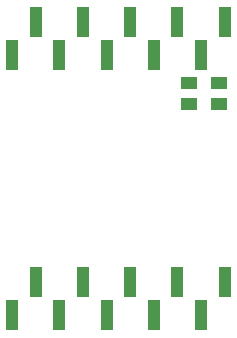
<source format=gts>
G75*
%MOIN*%
%OFA0B0*%
%FSLAX25Y25*%
%IPPOS*%
%LPD*%
%AMOC8*
5,1,8,0,0,1.08239X$1,22.5*
%
%ADD10R,0.05524X0.03950*%
%ADD11R,0.04304X0.09855*%
D10*
X0198333Y0083257D03*
X0208333Y0083257D03*
X0208333Y0090343D03*
X0198333Y0090343D03*
D11*
X0139396Y0013020D03*
X0155144Y0013020D03*
X0170892Y0013020D03*
X0186640Y0013020D03*
X0202388Y0013020D03*
X0194514Y0023965D03*
X0178766Y0023965D03*
X0163018Y0023965D03*
X0147270Y0023965D03*
X0210262Y0023965D03*
X0202388Y0099635D03*
X0186640Y0099635D03*
X0170892Y0099635D03*
X0155144Y0099635D03*
X0139396Y0099635D03*
X0147270Y0110580D03*
X0163018Y0110580D03*
X0178766Y0110580D03*
X0194514Y0110580D03*
X0210262Y0110580D03*
M02*

</source>
